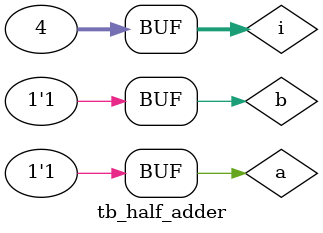
<source format=v>
`timescale 1ns/1ps


module tb_half_adder;
	reg a,b;
	wire sum,carry;
	
	integer i;
	
	// DUT module instantiation
	half_adder DUT ( .a(a),.b(b),.sum(sum),.carry(carry) );  
	
	initial begin
		a = 0;
		b = 0;
		#100;
		for(i=0;i<4;i=i+1) begin
			{a,b} = i;
			#5;
		end
	end
	
	initial 
		$monitor( "%t : a,b=%b%b and sum=%b,carry=%b",$time,a,b,sum,carry );
		
	initial begin
		$dumpfile("dump.vcd");
		$dumpvars;
	end
		
endmodule
</source>
